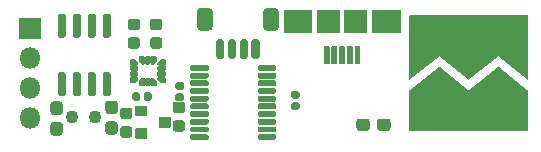
<source format=gbr>
%TF.GenerationSoftware,KiCad,Pcbnew,(5.99.0-3299-gfc1665ff2)*%
%TF.CreationDate,2020-09-21T16:58:29+07:00*%
%TF.ProjectId,smart_wristband,736d6172-745f-4777-9269-737462616e64,rev?*%
%TF.SameCoordinates,Original*%
%TF.FileFunction,Soldermask,Top*%
%TF.FilePolarity,Negative*%
%FSLAX46Y46*%
G04 Gerber Fmt 4.6, Leading zero omitted, Abs format (unit mm)*
G04 Created by KiCad (PCBNEW (5.99.0-3299-gfc1665ff2)) date 2020-09-21 16:58:29*
%MOMM*%
%LPD*%
G01*
G04 APERTURE LIST*
%ADD10C,1.100000*%
%ADD11O,1.800000X1.800000*%
G04 APERTURE END LIST*
%TO.C,R1*%
G36*
G01*
X112633750Y-92000000D02*
X113196250Y-92000000D01*
G75*
G02*
X113440000Y-92243750I0J-243750D01*
G01*
X113440000Y-92731250D01*
G75*
G02*
X113196250Y-92975000I-243750J0D01*
G01*
X112633750Y-92975000D01*
G75*
G02*
X112390000Y-92731250I0J243750D01*
G01*
X112390000Y-92243750D01*
G75*
G02*
X112633750Y-92000000I243750J0D01*
G01*
G37*
G36*
G01*
X112633750Y-93575000D02*
X113196250Y-93575000D01*
G75*
G02*
X113440000Y-93818750I0J-243750D01*
G01*
X113440000Y-94306250D01*
G75*
G02*
X113196250Y-94550000I-243750J0D01*
G01*
X112633750Y-94550000D01*
G75*
G02*
X112390000Y-94306250I0J243750D01*
G01*
X112390000Y-93818750D01*
G75*
G02*
X112633750Y-93575000I243750J0D01*
G01*
G37*
%TD*%
%TO.C,U4*%
G36*
G01*
X113050000Y-100225000D02*
X113050000Y-99425000D01*
G75*
G02*
X113100000Y-99375000I50000J0D01*
G01*
X114000000Y-99375000D01*
G75*
G02*
X114050000Y-99425000I0J-50000D01*
G01*
X114050000Y-100225000D01*
G75*
G02*
X114000000Y-100275000I-50000J0D01*
G01*
X113100000Y-100275000D01*
G75*
G02*
X113050000Y-100225000I0J50000D01*
G01*
G37*
G36*
G01*
X113050000Y-102125000D02*
X113050000Y-101325000D01*
G75*
G02*
X113100000Y-101275000I50000J0D01*
G01*
X114000000Y-101275000D01*
G75*
G02*
X114050000Y-101325000I0J-50000D01*
G01*
X114050000Y-102125000D01*
G75*
G02*
X114000000Y-102175000I-50000J0D01*
G01*
X113100000Y-102175000D01*
G75*
G02*
X113050000Y-102125000I0J50000D01*
G01*
G37*
G36*
G01*
X115050000Y-101175000D02*
X115050000Y-100375000D01*
G75*
G02*
X115100000Y-100325000I50000J0D01*
G01*
X116000000Y-100325000D01*
G75*
G02*
X116050000Y-100375000I0J-50000D01*
G01*
X116050000Y-101175000D01*
G75*
G02*
X116000000Y-101225000I-50000J0D01*
G01*
X115100000Y-101225000D01*
G75*
G02*
X115050000Y-101175000I0J50000D01*
G01*
G37*
%TD*%
%TO.C,SW1*%
G36*
G01*
X141275000Y-91716668D02*
X146275000Y-91716668D01*
G75*
G02*
X146325000Y-91766668I0J-50000D01*
G01*
X146325000Y-95100000D01*
G75*
G02*
X146275000Y-95150000I-50000J0D01*
G01*
X141275000Y-95150000D01*
G75*
G02*
X141225000Y-95100000I0J50000D01*
G01*
X141225000Y-91766668D01*
G75*
G02*
X141275000Y-91716668I50000J0D01*
G01*
G37*
G36*
X136225000Y-93050000D02*
G01*
X136225000Y-97150000D01*
X138825000Y-95150000D01*
X138825000Y-95050000D01*
X136225000Y-93050000D01*
G37*
G36*
X143725000Y-95050000D02*
G01*
X143725000Y-95150000D01*
X146325000Y-97150000D01*
X146325000Y-93050000D01*
X143725000Y-95050000D01*
G37*
G36*
X141225000Y-93050000D02*
G01*
X141225000Y-97150000D01*
X143825000Y-95150000D01*
X143825000Y-95050000D01*
X141225000Y-93050000D01*
G37*
G36*
G01*
X136275000Y-91716668D02*
X141275000Y-91716668D01*
G75*
G02*
X141325000Y-91766668I0J-50000D01*
G01*
X141325000Y-95100000D01*
G75*
G02*
X141275000Y-95150000I-50000J0D01*
G01*
X136275000Y-95150000D01*
G75*
G02*
X136225000Y-95100000I0J50000D01*
G01*
X136225000Y-91766668D01*
G75*
G02*
X136275000Y-91716668I50000J0D01*
G01*
G37*
G36*
X138725000Y-95050000D02*
G01*
X138725000Y-95150000D01*
X141325000Y-97150000D01*
X141325000Y-93050000D01*
X138725000Y-95050000D01*
G37*
G36*
X143725000Y-96050000D02*
G01*
X141225000Y-98150000D01*
X146325000Y-98150000D01*
X143825000Y-96050000D01*
X143725000Y-96050000D01*
G37*
G36*
G01*
X141275000Y-98050000D02*
X146275000Y-98050000D01*
G75*
G02*
X146325000Y-98100000I0J-50000D01*
G01*
X146325000Y-101433332D01*
G75*
G02*
X146275000Y-101483332I-50000J0D01*
G01*
X141275000Y-101483332D01*
G75*
G02*
X141225000Y-101433332I0J50000D01*
G01*
X141225000Y-98100000D01*
G75*
G02*
X141275000Y-98050000I50000J0D01*
G01*
G37*
G36*
G01*
X136275000Y-98050000D02*
X141275000Y-98050000D01*
G75*
G02*
X141325000Y-98100000I0J-50000D01*
G01*
X141325000Y-101433332D01*
G75*
G02*
X141275000Y-101483332I-50000J0D01*
G01*
X136275000Y-101483332D01*
G75*
G02*
X136225000Y-101433332I0J50000D01*
G01*
X136225000Y-98100000D01*
G75*
G02*
X136275000Y-98050000I50000J0D01*
G01*
G37*
G36*
X138725000Y-96050000D02*
G01*
X136225000Y-98150000D01*
X141325000Y-98150000D01*
X138825000Y-96050000D01*
X138725000Y-96050000D01*
G37*
%TD*%
%TO.C,C11*%
G36*
G01*
X117006250Y-101565000D02*
X116443750Y-101565000D01*
G75*
G02*
X116200000Y-101321250I0J243750D01*
G01*
X116200000Y-100833750D01*
G75*
G02*
X116443750Y-100590000I243750J0D01*
G01*
X117006250Y-100590000D01*
G75*
G02*
X117250000Y-100833750I0J-243750D01*
G01*
X117250000Y-101321250D01*
G75*
G02*
X117006250Y-101565000I-243750J0D01*
G01*
G37*
G36*
G01*
X117006250Y-99990000D02*
X116443750Y-99990000D01*
G75*
G02*
X116200000Y-99746250I0J243750D01*
G01*
X116200000Y-99258750D01*
G75*
G02*
X116443750Y-99015000I243750J0D01*
G01*
X117006250Y-99015000D01*
G75*
G02*
X117250000Y-99258750I0J-243750D01*
G01*
X117250000Y-99746250D01*
G75*
G02*
X117006250Y-99990000I-243750J0D01*
G01*
G37*
%TD*%
%TO.C,U1*%
G36*
G01*
X117675000Y-96300000D02*
X117675000Y-96050000D01*
G75*
G02*
X117800000Y-95925000I125000J0D01*
G01*
X119125000Y-95925000D01*
G75*
G02*
X119250000Y-96050000I0J-125000D01*
G01*
X119250000Y-96300000D01*
G75*
G02*
X119125000Y-96425000I-125000J0D01*
G01*
X117800000Y-96425000D01*
G75*
G02*
X117675000Y-96300000I0J125000D01*
G01*
G37*
G36*
G01*
X117675000Y-96950000D02*
X117675000Y-96700000D01*
G75*
G02*
X117800000Y-96575000I125000J0D01*
G01*
X119125000Y-96575000D01*
G75*
G02*
X119250000Y-96700000I0J-125000D01*
G01*
X119250000Y-96950000D01*
G75*
G02*
X119125000Y-97075000I-125000J0D01*
G01*
X117800000Y-97075000D01*
G75*
G02*
X117675000Y-96950000I0J125000D01*
G01*
G37*
G36*
G01*
X117675000Y-97600000D02*
X117675000Y-97350000D01*
G75*
G02*
X117800000Y-97225000I125000J0D01*
G01*
X119125000Y-97225000D01*
G75*
G02*
X119250000Y-97350000I0J-125000D01*
G01*
X119250000Y-97600000D01*
G75*
G02*
X119125000Y-97725000I-125000J0D01*
G01*
X117800000Y-97725000D01*
G75*
G02*
X117675000Y-97600000I0J125000D01*
G01*
G37*
G36*
G01*
X117675000Y-98250000D02*
X117675000Y-98000000D01*
G75*
G02*
X117800000Y-97875000I125000J0D01*
G01*
X119125000Y-97875000D01*
G75*
G02*
X119250000Y-98000000I0J-125000D01*
G01*
X119250000Y-98250000D01*
G75*
G02*
X119125000Y-98375000I-125000J0D01*
G01*
X117800000Y-98375000D01*
G75*
G02*
X117675000Y-98250000I0J125000D01*
G01*
G37*
G36*
G01*
X117675000Y-98900000D02*
X117675000Y-98650000D01*
G75*
G02*
X117800000Y-98525000I125000J0D01*
G01*
X119125000Y-98525000D01*
G75*
G02*
X119250000Y-98650000I0J-125000D01*
G01*
X119250000Y-98900000D01*
G75*
G02*
X119125000Y-99025000I-125000J0D01*
G01*
X117800000Y-99025000D01*
G75*
G02*
X117675000Y-98900000I0J125000D01*
G01*
G37*
G36*
G01*
X117675000Y-99550000D02*
X117675000Y-99300000D01*
G75*
G02*
X117800000Y-99175000I125000J0D01*
G01*
X119125000Y-99175000D01*
G75*
G02*
X119250000Y-99300000I0J-125000D01*
G01*
X119250000Y-99550000D01*
G75*
G02*
X119125000Y-99675000I-125000J0D01*
G01*
X117800000Y-99675000D01*
G75*
G02*
X117675000Y-99550000I0J125000D01*
G01*
G37*
G36*
G01*
X117675000Y-100200000D02*
X117675000Y-99950000D01*
G75*
G02*
X117800000Y-99825000I125000J0D01*
G01*
X119125000Y-99825000D01*
G75*
G02*
X119250000Y-99950000I0J-125000D01*
G01*
X119250000Y-100200000D01*
G75*
G02*
X119125000Y-100325000I-125000J0D01*
G01*
X117800000Y-100325000D01*
G75*
G02*
X117675000Y-100200000I0J125000D01*
G01*
G37*
G36*
G01*
X117675000Y-100850000D02*
X117675000Y-100600000D01*
G75*
G02*
X117800000Y-100475000I125000J0D01*
G01*
X119125000Y-100475000D01*
G75*
G02*
X119250000Y-100600000I0J-125000D01*
G01*
X119250000Y-100850000D01*
G75*
G02*
X119125000Y-100975000I-125000J0D01*
G01*
X117800000Y-100975000D01*
G75*
G02*
X117675000Y-100850000I0J125000D01*
G01*
G37*
G36*
G01*
X117675000Y-101500000D02*
X117675000Y-101250000D01*
G75*
G02*
X117800000Y-101125000I125000J0D01*
G01*
X119125000Y-101125000D01*
G75*
G02*
X119250000Y-101250000I0J-125000D01*
G01*
X119250000Y-101500000D01*
G75*
G02*
X119125000Y-101625000I-125000J0D01*
G01*
X117800000Y-101625000D01*
G75*
G02*
X117675000Y-101500000I0J125000D01*
G01*
G37*
G36*
G01*
X117675000Y-102150000D02*
X117675000Y-101900000D01*
G75*
G02*
X117800000Y-101775000I125000J0D01*
G01*
X119125000Y-101775000D01*
G75*
G02*
X119250000Y-101900000I0J-125000D01*
G01*
X119250000Y-102150000D01*
G75*
G02*
X119125000Y-102275000I-125000J0D01*
G01*
X117800000Y-102275000D01*
G75*
G02*
X117675000Y-102150000I0J125000D01*
G01*
G37*
G36*
G01*
X123400000Y-102150000D02*
X123400000Y-101900000D01*
G75*
G02*
X123525000Y-101775000I125000J0D01*
G01*
X124850000Y-101775000D01*
G75*
G02*
X124975000Y-101900000I0J-125000D01*
G01*
X124975000Y-102150000D01*
G75*
G02*
X124850000Y-102275000I-125000J0D01*
G01*
X123525000Y-102275000D01*
G75*
G02*
X123400000Y-102150000I0J125000D01*
G01*
G37*
G36*
G01*
X123400000Y-101500000D02*
X123400000Y-101250000D01*
G75*
G02*
X123525000Y-101125000I125000J0D01*
G01*
X124850000Y-101125000D01*
G75*
G02*
X124975000Y-101250000I0J-125000D01*
G01*
X124975000Y-101500000D01*
G75*
G02*
X124850000Y-101625000I-125000J0D01*
G01*
X123525000Y-101625000D01*
G75*
G02*
X123400000Y-101500000I0J125000D01*
G01*
G37*
G36*
G01*
X123400000Y-100850000D02*
X123400000Y-100600000D01*
G75*
G02*
X123525000Y-100475000I125000J0D01*
G01*
X124850000Y-100475000D01*
G75*
G02*
X124975000Y-100600000I0J-125000D01*
G01*
X124975000Y-100850000D01*
G75*
G02*
X124850000Y-100975000I-125000J0D01*
G01*
X123525000Y-100975000D01*
G75*
G02*
X123400000Y-100850000I0J125000D01*
G01*
G37*
G36*
G01*
X123400000Y-100200000D02*
X123400000Y-99950000D01*
G75*
G02*
X123525000Y-99825000I125000J0D01*
G01*
X124850000Y-99825000D01*
G75*
G02*
X124975000Y-99950000I0J-125000D01*
G01*
X124975000Y-100200000D01*
G75*
G02*
X124850000Y-100325000I-125000J0D01*
G01*
X123525000Y-100325000D01*
G75*
G02*
X123400000Y-100200000I0J125000D01*
G01*
G37*
G36*
G01*
X123400000Y-99550000D02*
X123400000Y-99300000D01*
G75*
G02*
X123525000Y-99175000I125000J0D01*
G01*
X124850000Y-99175000D01*
G75*
G02*
X124975000Y-99300000I0J-125000D01*
G01*
X124975000Y-99550000D01*
G75*
G02*
X124850000Y-99675000I-125000J0D01*
G01*
X123525000Y-99675000D01*
G75*
G02*
X123400000Y-99550000I0J125000D01*
G01*
G37*
G36*
G01*
X123400000Y-98900000D02*
X123400000Y-98650000D01*
G75*
G02*
X123525000Y-98525000I125000J0D01*
G01*
X124850000Y-98525000D01*
G75*
G02*
X124975000Y-98650000I0J-125000D01*
G01*
X124975000Y-98900000D01*
G75*
G02*
X124850000Y-99025000I-125000J0D01*
G01*
X123525000Y-99025000D01*
G75*
G02*
X123400000Y-98900000I0J125000D01*
G01*
G37*
G36*
G01*
X123400000Y-98250000D02*
X123400000Y-98000000D01*
G75*
G02*
X123525000Y-97875000I125000J0D01*
G01*
X124850000Y-97875000D01*
G75*
G02*
X124975000Y-98000000I0J-125000D01*
G01*
X124975000Y-98250000D01*
G75*
G02*
X124850000Y-98375000I-125000J0D01*
G01*
X123525000Y-98375000D01*
G75*
G02*
X123400000Y-98250000I0J125000D01*
G01*
G37*
G36*
G01*
X123400000Y-97600000D02*
X123400000Y-97350000D01*
G75*
G02*
X123525000Y-97225000I125000J0D01*
G01*
X124850000Y-97225000D01*
G75*
G02*
X124975000Y-97350000I0J-125000D01*
G01*
X124975000Y-97600000D01*
G75*
G02*
X124850000Y-97725000I-125000J0D01*
G01*
X123525000Y-97725000D01*
G75*
G02*
X123400000Y-97600000I0J125000D01*
G01*
G37*
G36*
G01*
X123400000Y-96950000D02*
X123400000Y-96700000D01*
G75*
G02*
X123525000Y-96575000I125000J0D01*
G01*
X124850000Y-96575000D01*
G75*
G02*
X124975000Y-96700000I0J-125000D01*
G01*
X124975000Y-96950000D01*
G75*
G02*
X124850000Y-97075000I-125000J0D01*
G01*
X123525000Y-97075000D01*
G75*
G02*
X123400000Y-96950000I0J125000D01*
G01*
G37*
G36*
G01*
X123400000Y-96300000D02*
X123400000Y-96050000D01*
G75*
G02*
X123525000Y-95925000I125000J0D01*
G01*
X124850000Y-95925000D01*
G75*
G02*
X124975000Y-96050000I0J-125000D01*
G01*
X124975000Y-96300000D01*
G75*
G02*
X124850000Y-96425000I-125000J0D01*
G01*
X123525000Y-96425000D01*
G75*
G02*
X123400000Y-96300000I0J125000D01*
G01*
G37*
%TD*%
%TO.C,R2*%
G36*
G01*
X114518750Y-92000000D02*
X115081250Y-92000000D01*
G75*
G02*
X115325000Y-92243750I0J-243750D01*
G01*
X115325000Y-92731250D01*
G75*
G02*
X115081250Y-92975000I-243750J0D01*
G01*
X114518750Y-92975000D01*
G75*
G02*
X114275000Y-92731250I0J243750D01*
G01*
X114275000Y-92243750D01*
G75*
G02*
X114518750Y-92000000I243750J0D01*
G01*
G37*
G36*
G01*
X114518750Y-93575000D02*
X115081250Y-93575000D01*
G75*
G02*
X115325000Y-93818750I0J-243750D01*
G01*
X115325000Y-94306250D01*
G75*
G02*
X115081250Y-94550000I-243750J0D01*
G01*
X114518750Y-94550000D01*
G75*
G02*
X114275000Y-94306250I0J243750D01*
G01*
X114275000Y-93818750D01*
G75*
G02*
X114518750Y-93575000I243750J0D01*
G01*
G37*
%TD*%
%TO.C,C2*%
G36*
G01*
X116997500Y-99005000D02*
X116602500Y-99005000D01*
G75*
G02*
X116430000Y-98832500I0J172500D01*
G01*
X116430000Y-98487500D01*
G75*
G02*
X116602500Y-98315000I172500J0D01*
G01*
X116997500Y-98315000D01*
G75*
G02*
X117170000Y-98487500I0J-172500D01*
G01*
X117170000Y-98832500D01*
G75*
G02*
X116997500Y-99005000I-172500J0D01*
G01*
G37*
G36*
G01*
X116997500Y-98035000D02*
X116602500Y-98035000D01*
G75*
G02*
X116430000Y-97862500I0J172500D01*
G01*
X116430000Y-97517500D01*
G75*
G02*
X116602500Y-97345000I172500J0D01*
G01*
X116997500Y-97345000D01*
G75*
G02*
X117170000Y-97517500I0J-172500D01*
G01*
X117170000Y-97862500D01*
G75*
G02*
X116997500Y-98035000I-172500J0D01*
G01*
G37*
%TD*%
%TO.C,J3*%
G36*
G01*
X119875000Y-95225000D02*
X119875000Y-93925000D01*
G75*
G02*
X120050000Y-93750000I175000J0D01*
G01*
X120400000Y-93750000D01*
G75*
G02*
X120575000Y-93925000I0J-175000D01*
G01*
X120575000Y-95225000D01*
G75*
G02*
X120400000Y-95400000I-175000J0D01*
G01*
X120050000Y-95400000D01*
G75*
G02*
X119875000Y-95225000I0J175000D01*
G01*
G37*
G36*
G01*
X120875000Y-95225000D02*
X120875000Y-93925000D01*
G75*
G02*
X121050000Y-93750000I175000J0D01*
G01*
X121400000Y-93750000D01*
G75*
G02*
X121575000Y-93925000I0J-175000D01*
G01*
X121575000Y-95225000D01*
G75*
G02*
X121400000Y-95400000I-175000J0D01*
G01*
X121050000Y-95400000D01*
G75*
G02*
X120875000Y-95225000I0J175000D01*
G01*
G37*
G36*
G01*
X121875000Y-95225000D02*
X121875000Y-93925000D01*
G75*
G02*
X122050000Y-93750000I175000J0D01*
G01*
X122400000Y-93750000D01*
G75*
G02*
X122575000Y-93925000I0J-175000D01*
G01*
X122575000Y-95225000D01*
G75*
G02*
X122400000Y-95400000I-175000J0D01*
G01*
X122050000Y-95400000D01*
G75*
G02*
X121875000Y-95225000I0J175000D01*
G01*
G37*
G36*
G01*
X122875000Y-95225000D02*
X122875000Y-93925000D01*
G75*
G02*
X123050000Y-93750000I175000J0D01*
G01*
X123400000Y-93750000D01*
G75*
G02*
X123575000Y-93925000I0J-175000D01*
G01*
X123575000Y-95225000D01*
G75*
G02*
X123400000Y-95400000I-175000J0D01*
G01*
X123050000Y-95400000D01*
G75*
G02*
X122875000Y-95225000I0J175000D01*
G01*
G37*
G36*
G01*
X123875000Y-92729167D02*
X123875000Y-91370833D01*
G75*
G02*
X124145833Y-91100000I270833J0D01*
G01*
X124904167Y-91100000D01*
G75*
G02*
X125175000Y-91370833I0J-270833D01*
G01*
X125175000Y-92729167D01*
G75*
G02*
X124904167Y-93000000I-270833J0D01*
G01*
X124145833Y-93000000D01*
G75*
G02*
X123875000Y-92729167I0J270833D01*
G01*
G37*
G36*
G01*
X118275000Y-92729167D02*
X118275000Y-91370833D01*
G75*
G02*
X118545833Y-91100000I270833J0D01*
G01*
X119304167Y-91100000D01*
G75*
G02*
X119575000Y-91370833I0J-270833D01*
G01*
X119575000Y-92729167D01*
G75*
G02*
X119304167Y-93000000I-270833J0D01*
G01*
X118545833Y-93000000D01*
G75*
G02*
X118275000Y-92729167I0J270833D01*
G01*
G37*
%TD*%
%TO.C,C4*%
G36*
G01*
X111287500Y-101825000D02*
X110762500Y-101825000D01*
G75*
G02*
X110500000Y-101562500I0J262500D01*
G01*
X110500000Y-100937500D01*
G75*
G02*
X110762500Y-100675000I262500J0D01*
G01*
X111287500Y-100675000D01*
G75*
G02*
X111550000Y-100937500I0J-262500D01*
G01*
X111550000Y-101562500D01*
G75*
G02*
X111287500Y-101825000I-262500J0D01*
G01*
G37*
G36*
G01*
X111287500Y-100075000D02*
X110762500Y-100075000D01*
G75*
G02*
X110500000Y-99812500I0J262500D01*
G01*
X110500000Y-99187500D01*
G75*
G02*
X110762500Y-98925000I262500J0D01*
G01*
X111287500Y-98925000D01*
G75*
G02*
X111550000Y-99187500I0J-262500D01*
G01*
X111550000Y-99812500D01*
G75*
G02*
X111287500Y-100075000I-262500J0D01*
G01*
G37*
%TD*%
%TO.C,U3*%
G36*
X112977612Y-95435946D02*
G01*
X112982492Y-95436806D01*
X112982128Y-95438871D01*
X112987471Y-95439339D01*
X112987754Y-95437734D01*
X113004915Y-95440760D01*
X113028371Y-95451698D01*
X113036676Y-95458667D01*
X113046502Y-95463249D01*
X113060725Y-95473209D01*
X113266791Y-95679274D01*
X113272394Y-95685951D01*
X113275236Y-95690010D01*
X113273518Y-95691213D01*
X113276963Y-95695318D01*
X113278299Y-95694383D01*
X113288293Y-95708656D01*
X113297145Y-95732979D01*
X113298089Y-95743778D01*
X113301797Y-95753963D01*
X113304813Y-95771066D01*
X113304813Y-95815000D01*
X113304054Y-95823681D01*
X113302226Y-95834050D01*
X113300449Y-95833737D01*
X113299292Y-95840293D01*
X113301069Y-95840606D01*
X113299241Y-95850977D01*
X113288302Y-95874437D01*
X113277784Y-95886971D01*
X113269604Y-95901140D01*
X113257069Y-95911658D01*
X113253209Y-95916258D01*
X113248006Y-95919262D01*
X113243402Y-95923125D01*
X113237758Y-95925179D01*
X113223587Y-95933361D01*
X113207473Y-95936202D01*
X113192102Y-95941797D01*
X113175000Y-95944813D01*
X112700000Y-95944813D01*
X112691319Y-95944054D01*
X112680950Y-95942226D01*
X112681263Y-95940449D01*
X112674707Y-95939292D01*
X112674394Y-95941069D01*
X112664023Y-95939241D01*
X112640563Y-95928302D01*
X112628029Y-95917784D01*
X112613860Y-95909604D01*
X112603342Y-95897069D01*
X112598742Y-95893209D01*
X112595738Y-95888006D01*
X112591875Y-95883402D01*
X112589821Y-95877758D01*
X112581639Y-95863587D01*
X112578798Y-95847473D01*
X112573203Y-95832102D01*
X112570187Y-95815000D01*
X112570187Y-95565000D01*
X112570946Y-95556319D01*
X112572774Y-95545950D01*
X112574551Y-95546263D01*
X112575708Y-95539707D01*
X112573931Y-95539394D01*
X112575759Y-95529023D01*
X112586698Y-95505563D01*
X112597216Y-95493029D01*
X112605396Y-95478860D01*
X112617931Y-95468342D01*
X112621791Y-95463742D01*
X112626994Y-95460738D01*
X112631598Y-95456875D01*
X112637242Y-95454821D01*
X112651413Y-95446639D01*
X112667527Y-95443798D01*
X112682898Y-95438203D01*
X112700000Y-95435187D01*
X112968934Y-95435187D01*
X112977612Y-95435946D01*
G37*
G36*
G01*
X112575000Y-96315000D02*
X112575000Y-96065000D01*
G75*
G02*
X112700000Y-95940000I125000J0D01*
G01*
X113175000Y-95940000D01*
G75*
G02*
X113300000Y-96065000I0J-125000D01*
G01*
X113300000Y-96315000D01*
G75*
G02*
X113175000Y-96440000I-125000J0D01*
G01*
X112700000Y-96440000D01*
G75*
G02*
X112575000Y-96315000I0J125000D01*
G01*
G37*
G36*
G01*
X112575000Y-96815000D02*
X112575000Y-96565000D01*
G75*
G02*
X112700000Y-96440000I125000J0D01*
G01*
X113175000Y-96440000D01*
G75*
G02*
X113300000Y-96565000I0J-125000D01*
G01*
X113300000Y-96815000D01*
G75*
G02*
X113175000Y-96940000I-125000J0D01*
G01*
X112700000Y-96940000D01*
G75*
G02*
X112575000Y-96815000I0J125000D01*
G01*
G37*
G36*
X113183681Y-96935946D02*
G01*
X113194050Y-96937774D01*
X113193737Y-96939551D01*
X113200293Y-96940708D01*
X113200606Y-96938931D01*
X113210977Y-96940759D01*
X113234437Y-96951698D01*
X113246971Y-96962216D01*
X113261140Y-96970396D01*
X113271658Y-96982931D01*
X113276258Y-96986791D01*
X113279262Y-96991994D01*
X113283125Y-96996598D01*
X113285179Y-97002242D01*
X113293361Y-97016413D01*
X113296202Y-97032527D01*
X113301797Y-97047898D01*
X113304813Y-97065000D01*
X113304813Y-97108934D01*
X113304054Y-97117612D01*
X113303194Y-97122492D01*
X113301129Y-97122128D01*
X113300661Y-97127471D01*
X113302266Y-97127754D01*
X113299240Y-97144915D01*
X113288301Y-97168373D01*
X113281333Y-97176677D01*
X113276752Y-97186501D01*
X113266791Y-97200726D01*
X113060725Y-97406791D01*
X113054046Y-97412396D01*
X113049988Y-97415237D01*
X113048784Y-97413517D01*
X113044682Y-97416960D01*
X113045618Y-97418297D01*
X113031345Y-97428292D01*
X113007020Y-97437146D01*
X112996219Y-97438091D01*
X112986036Y-97441797D01*
X112968934Y-97444813D01*
X112700000Y-97444813D01*
X112691319Y-97444054D01*
X112680950Y-97442226D01*
X112681263Y-97440449D01*
X112674707Y-97439292D01*
X112674394Y-97441069D01*
X112664023Y-97439241D01*
X112640563Y-97428302D01*
X112628029Y-97417784D01*
X112613860Y-97409604D01*
X112603342Y-97397069D01*
X112598742Y-97393209D01*
X112595738Y-97388006D01*
X112591875Y-97383402D01*
X112589821Y-97377758D01*
X112581639Y-97363587D01*
X112578798Y-97347473D01*
X112573203Y-97332102D01*
X112570187Y-97315000D01*
X112570187Y-97065000D01*
X112570946Y-97056319D01*
X112572774Y-97045950D01*
X112574551Y-97046263D01*
X112575708Y-97039707D01*
X112573931Y-97039394D01*
X112575759Y-97029023D01*
X112586698Y-97005563D01*
X112597216Y-96993029D01*
X112605396Y-96978860D01*
X112617931Y-96968342D01*
X112621791Y-96963742D01*
X112626994Y-96960738D01*
X112631598Y-96956875D01*
X112637242Y-96954821D01*
X112651413Y-96946639D01*
X112667527Y-96943798D01*
X112682898Y-96938203D01*
X112700000Y-96935187D01*
X113175000Y-96935187D01*
X113183681Y-96935946D01*
G37*
G36*
X113733681Y-96985946D02*
G01*
X113744050Y-96987774D01*
X113743737Y-96989551D01*
X113750293Y-96990708D01*
X113750606Y-96988931D01*
X113760977Y-96990759D01*
X113784437Y-97001698D01*
X113796971Y-97012216D01*
X113811140Y-97020396D01*
X113821658Y-97032931D01*
X113826258Y-97036791D01*
X113829262Y-97041994D01*
X113833125Y-97046598D01*
X113835179Y-97052242D01*
X113843361Y-97066413D01*
X113846202Y-97082527D01*
X113851797Y-97097898D01*
X113854813Y-97115000D01*
X113854813Y-97590000D01*
X113854054Y-97598681D01*
X113852226Y-97609050D01*
X113850449Y-97608737D01*
X113849292Y-97615293D01*
X113851069Y-97615606D01*
X113849241Y-97625977D01*
X113838302Y-97649437D01*
X113827784Y-97661971D01*
X113819604Y-97676140D01*
X113807069Y-97686658D01*
X113803209Y-97691258D01*
X113798006Y-97694262D01*
X113793402Y-97698125D01*
X113787758Y-97700179D01*
X113773587Y-97708361D01*
X113757473Y-97711202D01*
X113742102Y-97716797D01*
X113725000Y-97719813D01*
X113475000Y-97719813D01*
X113466319Y-97719054D01*
X113455950Y-97717226D01*
X113456263Y-97715449D01*
X113449707Y-97714292D01*
X113449394Y-97716069D01*
X113439023Y-97714241D01*
X113415563Y-97703302D01*
X113403029Y-97692784D01*
X113388860Y-97684604D01*
X113378342Y-97672069D01*
X113373742Y-97668209D01*
X113370738Y-97663006D01*
X113366875Y-97658402D01*
X113364821Y-97652758D01*
X113356639Y-97638587D01*
X113353798Y-97622473D01*
X113348203Y-97607102D01*
X113345187Y-97590000D01*
X113345187Y-97321066D01*
X113345946Y-97312388D01*
X113346806Y-97307508D01*
X113348871Y-97307872D01*
X113349339Y-97302529D01*
X113347734Y-97302246D01*
X113350760Y-97285085D01*
X113361698Y-97261629D01*
X113368667Y-97253324D01*
X113373249Y-97243498D01*
X113383209Y-97229275D01*
X113589274Y-97023209D01*
X113595951Y-97017606D01*
X113600010Y-97014764D01*
X113601213Y-97016482D01*
X113605318Y-97013037D01*
X113604383Y-97011701D01*
X113618656Y-97001707D01*
X113642979Y-96992855D01*
X113653778Y-96991911D01*
X113663963Y-96988203D01*
X113681066Y-96985187D01*
X113725000Y-96985187D01*
X113733681Y-96985946D01*
G37*
G36*
G01*
X113850000Y-97590000D02*
X113850000Y-97115000D01*
G75*
G02*
X113975000Y-96990000I125000J0D01*
G01*
X114225000Y-96990000D01*
G75*
G02*
X114350000Y-97115000I0J-125000D01*
G01*
X114350000Y-97590000D01*
G75*
G02*
X114225000Y-97715000I-125000J0D01*
G01*
X113975000Y-97715000D01*
G75*
G02*
X113850000Y-97590000I0J125000D01*
G01*
G37*
G36*
X114527612Y-96985946D02*
G01*
X114532492Y-96986806D01*
X114532128Y-96988871D01*
X114537471Y-96989339D01*
X114537754Y-96987734D01*
X114554915Y-96990760D01*
X114578371Y-97001698D01*
X114586676Y-97008667D01*
X114596502Y-97013249D01*
X114610725Y-97023209D01*
X114816791Y-97229274D01*
X114822394Y-97235951D01*
X114825236Y-97240010D01*
X114823518Y-97241213D01*
X114826963Y-97245318D01*
X114828299Y-97244383D01*
X114838293Y-97258656D01*
X114847145Y-97282979D01*
X114848089Y-97293778D01*
X114851797Y-97303963D01*
X114854813Y-97321066D01*
X114854813Y-97590000D01*
X114854054Y-97598681D01*
X114852226Y-97609050D01*
X114850449Y-97608737D01*
X114849292Y-97615293D01*
X114851069Y-97615606D01*
X114849241Y-97625977D01*
X114838302Y-97649437D01*
X114827784Y-97661971D01*
X114819604Y-97676140D01*
X114807069Y-97686658D01*
X114803209Y-97691258D01*
X114798006Y-97694262D01*
X114793402Y-97698125D01*
X114787758Y-97700179D01*
X114773587Y-97708361D01*
X114757473Y-97711202D01*
X114742102Y-97716797D01*
X114725000Y-97719813D01*
X114475000Y-97719813D01*
X114466319Y-97719054D01*
X114455950Y-97717226D01*
X114456263Y-97715449D01*
X114449707Y-97714292D01*
X114449394Y-97716069D01*
X114439023Y-97714241D01*
X114415563Y-97703302D01*
X114403029Y-97692784D01*
X114388860Y-97684604D01*
X114378342Y-97672069D01*
X114373742Y-97668209D01*
X114370738Y-97663006D01*
X114366875Y-97658402D01*
X114364821Y-97652758D01*
X114356639Y-97638587D01*
X114353798Y-97622473D01*
X114348203Y-97607102D01*
X114345187Y-97590000D01*
X114345187Y-97115000D01*
X114345946Y-97106319D01*
X114347774Y-97095950D01*
X114349551Y-97096263D01*
X114350708Y-97089707D01*
X114348931Y-97089394D01*
X114350759Y-97079023D01*
X114361698Y-97055563D01*
X114372216Y-97043029D01*
X114380396Y-97028860D01*
X114392931Y-97018342D01*
X114396791Y-97013742D01*
X114401994Y-97010738D01*
X114406598Y-97006875D01*
X114412242Y-97004821D01*
X114426413Y-96996639D01*
X114442527Y-96993798D01*
X114457898Y-96988203D01*
X114475000Y-96985187D01*
X114518934Y-96985187D01*
X114527612Y-96985946D01*
G37*
G36*
X115508681Y-96935946D02*
G01*
X115519050Y-96937774D01*
X115518737Y-96939551D01*
X115525293Y-96940708D01*
X115525606Y-96938931D01*
X115535977Y-96940759D01*
X115559437Y-96951698D01*
X115571971Y-96962216D01*
X115586140Y-96970396D01*
X115596658Y-96982931D01*
X115601258Y-96986791D01*
X115604262Y-96991994D01*
X115608125Y-96996598D01*
X115610179Y-97002242D01*
X115618361Y-97016413D01*
X115621202Y-97032527D01*
X115626797Y-97047898D01*
X115629813Y-97065000D01*
X115629813Y-97315000D01*
X115629054Y-97323681D01*
X115627226Y-97334050D01*
X115625449Y-97333737D01*
X115624292Y-97340293D01*
X115626069Y-97340606D01*
X115624241Y-97350977D01*
X115613302Y-97374437D01*
X115602784Y-97386971D01*
X115594604Y-97401140D01*
X115582069Y-97411658D01*
X115578209Y-97416258D01*
X115573006Y-97419262D01*
X115568402Y-97423125D01*
X115562758Y-97425179D01*
X115548587Y-97433361D01*
X115532473Y-97436202D01*
X115517102Y-97441797D01*
X115500000Y-97444813D01*
X115231066Y-97444813D01*
X115222388Y-97444054D01*
X115217508Y-97443194D01*
X115217872Y-97441129D01*
X115212529Y-97440661D01*
X115212246Y-97442266D01*
X115195085Y-97439240D01*
X115171627Y-97428301D01*
X115163323Y-97421333D01*
X115153499Y-97416752D01*
X115139274Y-97406791D01*
X114933209Y-97200725D01*
X114927604Y-97194046D01*
X114924763Y-97189988D01*
X114926483Y-97188784D01*
X114923040Y-97184682D01*
X114921703Y-97185618D01*
X114911708Y-97171345D01*
X114902854Y-97147020D01*
X114901909Y-97136219D01*
X114898203Y-97126036D01*
X114895187Y-97108934D01*
X114895187Y-97065000D01*
X114895946Y-97056319D01*
X114897774Y-97045950D01*
X114899551Y-97046263D01*
X114900708Y-97039707D01*
X114898931Y-97039394D01*
X114900759Y-97029023D01*
X114911698Y-97005563D01*
X114922216Y-96993029D01*
X114930396Y-96978860D01*
X114942931Y-96968342D01*
X114946791Y-96963742D01*
X114951994Y-96960738D01*
X114956598Y-96956875D01*
X114962242Y-96954821D01*
X114976413Y-96946639D01*
X114992527Y-96943798D01*
X115007898Y-96938203D01*
X115025000Y-96935187D01*
X115500000Y-96935187D01*
X115508681Y-96935946D01*
G37*
G36*
G01*
X114900000Y-96815000D02*
X114900000Y-96565000D01*
G75*
G02*
X115025000Y-96440000I125000J0D01*
G01*
X115500000Y-96440000D01*
G75*
G02*
X115625000Y-96565000I0J-125000D01*
G01*
X115625000Y-96815000D01*
G75*
G02*
X115500000Y-96940000I-125000J0D01*
G01*
X115025000Y-96940000D01*
G75*
G02*
X114900000Y-96815000I0J125000D01*
G01*
G37*
G36*
G01*
X114900000Y-96315000D02*
X114900000Y-96065000D01*
G75*
G02*
X115025000Y-95940000I125000J0D01*
G01*
X115500000Y-95940000D01*
G75*
G02*
X115625000Y-96065000I0J-125000D01*
G01*
X115625000Y-96315000D01*
G75*
G02*
X115500000Y-96440000I-125000J0D01*
G01*
X115025000Y-96440000D01*
G75*
G02*
X114900000Y-96315000I0J125000D01*
G01*
G37*
G36*
X115508681Y-95435946D02*
G01*
X115519050Y-95437774D01*
X115518737Y-95439551D01*
X115525293Y-95440708D01*
X115525606Y-95438931D01*
X115535977Y-95440759D01*
X115559437Y-95451698D01*
X115571971Y-95462216D01*
X115586140Y-95470396D01*
X115596658Y-95482931D01*
X115601258Y-95486791D01*
X115604262Y-95491994D01*
X115608125Y-95496598D01*
X115610179Y-95502242D01*
X115618361Y-95516413D01*
X115621202Y-95532527D01*
X115626797Y-95547898D01*
X115629813Y-95565000D01*
X115629813Y-95815000D01*
X115629054Y-95823681D01*
X115627226Y-95834050D01*
X115625449Y-95833737D01*
X115624292Y-95840293D01*
X115626069Y-95840606D01*
X115624241Y-95850977D01*
X115613302Y-95874437D01*
X115602784Y-95886971D01*
X115594604Y-95901140D01*
X115582069Y-95911658D01*
X115578209Y-95916258D01*
X115573006Y-95919262D01*
X115568402Y-95923125D01*
X115562758Y-95925179D01*
X115548587Y-95933361D01*
X115532473Y-95936202D01*
X115517102Y-95941797D01*
X115500000Y-95944813D01*
X115025000Y-95944813D01*
X115016319Y-95944054D01*
X115005950Y-95942226D01*
X115006263Y-95940449D01*
X114999707Y-95939292D01*
X114999394Y-95941069D01*
X114989023Y-95939241D01*
X114965563Y-95928302D01*
X114953029Y-95917784D01*
X114938860Y-95909604D01*
X114928342Y-95897069D01*
X114923742Y-95893209D01*
X114920738Y-95888006D01*
X114916875Y-95883402D01*
X114914821Y-95877758D01*
X114906639Y-95863587D01*
X114903798Y-95847473D01*
X114898203Y-95832102D01*
X114895187Y-95815000D01*
X114895187Y-95771066D01*
X114895946Y-95762388D01*
X114896806Y-95757508D01*
X114898871Y-95757872D01*
X114899339Y-95752529D01*
X114897734Y-95752246D01*
X114900760Y-95735085D01*
X114911698Y-95711629D01*
X114918667Y-95703324D01*
X114923249Y-95693498D01*
X114933209Y-95679275D01*
X115139274Y-95473209D01*
X115145951Y-95467606D01*
X115150010Y-95464764D01*
X115151213Y-95466482D01*
X115155318Y-95463037D01*
X115154383Y-95461701D01*
X115168656Y-95451707D01*
X115192979Y-95442855D01*
X115203778Y-95441911D01*
X115213963Y-95438203D01*
X115231066Y-95435187D01*
X115500000Y-95435187D01*
X115508681Y-95435946D01*
G37*
G36*
X114733681Y-95160946D02*
G01*
X114744050Y-95162774D01*
X114743737Y-95164551D01*
X114750293Y-95165708D01*
X114750606Y-95163931D01*
X114760977Y-95165759D01*
X114784437Y-95176698D01*
X114796971Y-95187216D01*
X114811140Y-95195396D01*
X114821658Y-95207931D01*
X114826258Y-95211791D01*
X114829262Y-95216994D01*
X114833125Y-95221598D01*
X114835179Y-95227242D01*
X114843361Y-95241413D01*
X114846202Y-95257527D01*
X114851797Y-95272898D01*
X114854813Y-95290000D01*
X114854813Y-95558934D01*
X114854054Y-95567612D01*
X114853194Y-95572492D01*
X114851129Y-95572128D01*
X114850661Y-95577471D01*
X114852266Y-95577754D01*
X114849240Y-95594915D01*
X114838301Y-95618373D01*
X114831333Y-95626677D01*
X114826752Y-95636501D01*
X114816791Y-95650726D01*
X114610725Y-95856791D01*
X114604046Y-95862396D01*
X114599988Y-95865237D01*
X114598784Y-95863517D01*
X114594682Y-95866960D01*
X114595618Y-95868297D01*
X114581345Y-95878292D01*
X114557020Y-95887146D01*
X114546219Y-95888091D01*
X114536036Y-95891797D01*
X114518934Y-95894813D01*
X114475000Y-95894813D01*
X114466319Y-95894054D01*
X114455950Y-95892226D01*
X114456263Y-95890449D01*
X114449707Y-95889292D01*
X114449394Y-95891069D01*
X114439023Y-95889241D01*
X114415563Y-95878302D01*
X114403029Y-95867784D01*
X114388860Y-95859604D01*
X114378342Y-95847069D01*
X114373742Y-95843209D01*
X114370738Y-95838006D01*
X114366875Y-95833402D01*
X114364821Y-95827758D01*
X114356639Y-95813587D01*
X114353798Y-95797473D01*
X114348203Y-95782102D01*
X114345187Y-95765000D01*
X114345187Y-95290000D01*
X114345946Y-95281319D01*
X114347774Y-95270950D01*
X114349551Y-95271263D01*
X114350708Y-95264707D01*
X114348931Y-95264394D01*
X114350759Y-95254023D01*
X114361698Y-95230563D01*
X114372216Y-95218029D01*
X114380396Y-95203860D01*
X114392931Y-95193342D01*
X114396791Y-95188742D01*
X114401994Y-95185738D01*
X114406598Y-95181875D01*
X114412242Y-95179821D01*
X114426413Y-95171639D01*
X114442527Y-95168798D01*
X114457898Y-95163203D01*
X114475000Y-95160187D01*
X114725000Y-95160187D01*
X114733681Y-95160946D01*
G37*
G36*
G01*
X113850000Y-95765000D02*
X113850000Y-95290000D01*
G75*
G02*
X113975000Y-95165000I125000J0D01*
G01*
X114225000Y-95165000D01*
G75*
G02*
X114350000Y-95290000I0J-125000D01*
G01*
X114350000Y-95765000D01*
G75*
G02*
X114225000Y-95890000I-125000J0D01*
G01*
X113975000Y-95890000D01*
G75*
G02*
X113850000Y-95765000I0J125000D01*
G01*
G37*
G36*
X113733681Y-95160946D02*
G01*
X113744050Y-95162774D01*
X113743737Y-95164551D01*
X113750293Y-95165708D01*
X113750606Y-95163931D01*
X113760977Y-95165759D01*
X113784437Y-95176698D01*
X113796971Y-95187216D01*
X113811140Y-95195396D01*
X113821658Y-95207931D01*
X113826258Y-95211791D01*
X113829262Y-95216994D01*
X113833125Y-95221598D01*
X113835179Y-95227242D01*
X113843361Y-95241413D01*
X113846202Y-95257527D01*
X113851797Y-95272898D01*
X113854813Y-95290000D01*
X113854813Y-95765000D01*
X113854054Y-95773681D01*
X113852226Y-95784050D01*
X113850449Y-95783737D01*
X113849292Y-95790293D01*
X113851069Y-95790606D01*
X113849241Y-95800977D01*
X113838302Y-95824437D01*
X113827784Y-95836971D01*
X113819604Y-95851140D01*
X113807069Y-95861658D01*
X113803209Y-95866258D01*
X113798006Y-95869262D01*
X113793402Y-95873125D01*
X113787758Y-95875179D01*
X113773587Y-95883361D01*
X113757473Y-95886202D01*
X113742102Y-95891797D01*
X113725000Y-95894813D01*
X113681066Y-95894813D01*
X113672388Y-95894054D01*
X113667508Y-95893194D01*
X113667872Y-95891129D01*
X113662529Y-95890661D01*
X113662246Y-95892266D01*
X113645085Y-95889240D01*
X113621627Y-95878301D01*
X113613323Y-95871333D01*
X113603499Y-95866752D01*
X113589274Y-95856791D01*
X113383209Y-95650725D01*
X113377604Y-95644046D01*
X113374763Y-95639988D01*
X113376483Y-95638784D01*
X113373040Y-95634682D01*
X113371703Y-95635618D01*
X113361708Y-95621345D01*
X113352854Y-95597020D01*
X113351909Y-95586219D01*
X113348203Y-95576036D01*
X113345187Y-95558934D01*
X113345187Y-95290000D01*
X113345946Y-95281319D01*
X113347774Y-95270950D01*
X113349551Y-95271263D01*
X113350708Y-95264707D01*
X113348931Y-95264394D01*
X113350759Y-95254023D01*
X113361698Y-95230563D01*
X113372216Y-95218029D01*
X113380396Y-95203860D01*
X113392931Y-95193342D01*
X113396791Y-95188742D01*
X113401994Y-95185738D01*
X113406598Y-95181875D01*
X113412242Y-95179821D01*
X113426413Y-95171639D01*
X113442527Y-95168798D01*
X113457898Y-95163203D01*
X113475000Y-95160187D01*
X113725000Y-95160187D01*
X113733681Y-95160946D01*
G37*
%TD*%
%TO.C,C3*%
G36*
G01*
X106637500Y-101900000D02*
X106112500Y-101900000D01*
G75*
G02*
X105850000Y-101637500I0J262500D01*
G01*
X105850000Y-101012500D01*
G75*
G02*
X106112500Y-100750000I262500J0D01*
G01*
X106637500Y-100750000D01*
G75*
G02*
X106900000Y-101012500I0J-262500D01*
G01*
X106900000Y-101637500D01*
G75*
G02*
X106637500Y-101900000I-262500J0D01*
G01*
G37*
G36*
G01*
X106637500Y-100150000D02*
X106112500Y-100150000D01*
G75*
G02*
X105850000Y-99887500I0J262500D01*
G01*
X105850000Y-99262500D01*
G75*
G02*
X106112500Y-99000000I262500J0D01*
G01*
X106637500Y-99000000D01*
G75*
G02*
X106900000Y-99262500I0J-262500D01*
G01*
X106900000Y-99887500D01*
G75*
G02*
X106637500Y-100150000I-262500J0D01*
G01*
G37*
%TD*%
D10*
%TO.C,Y1*%
X109600000Y-100350000D03*
X107700000Y-100350000D03*
%TD*%
%TO.C,J1*%
G36*
G01*
X132100000Y-94400000D02*
X132100000Y-95800000D01*
G75*
G02*
X132050000Y-95850000I-50000J0D01*
G01*
X131650000Y-95850000D01*
G75*
G02*
X131600000Y-95800000I0J50000D01*
G01*
X131600000Y-94400000D01*
G75*
G02*
X131650000Y-94350000I50000J0D01*
G01*
X132050000Y-94350000D01*
G75*
G02*
X132100000Y-94400000I0J-50000D01*
G01*
G37*
G36*
G01*
X131450000Y-94400000D02*
X131450000Y-95800000D01*
G75*
G02*
X131400000Y-95850000I-50000J0D01*
G01*
X131000000Y-95850000D01*
G75*
G02*
X130950000Y-95800000I0J50000D01*
G01*
X130950000Y-94400000D01*
G75*
G02*
X131000000Y-94350000I50000J0D01*
G01*
X131400000Y-94350000D01*
G75*
G02*
X131450000Y-94400000I0J-50000D01*
G01*
G37*
G36*
G01*
X130800000Y-94400000D02*
X130800000Y-95800000D01*
G75*
G02*
X130750000Y-95850000I-50000J0D01*
G01*
X130350000Y-95850000D01*
G75*
G02*
X130300000Y-95800000I0J50000D01*
G01*
X130300000Y-94400000D01*
G75*
G02*
X130350000Y-94350000I50000J0D01*
G01*
X130750000Y-94350000D01*
G75*
G02*
X130800000Y-94400000I0J-50000D01*
G01*
G37*
G36*
G01*
X130150000Y-94400000D02*
X130150000Y-95800000D01*
G75*
G02*
X130100000Y-95850000I-50000J0D01*
G01*
X129700000Y-95850000D01*
G75*
G02*
X129650000Y-95800000I0J50000D01*
G01*
X129650000Y-94400000D01*
G75*
G02*
X129700000Y-94350000I50000J0D01*
G01*
X130100000Y-94350000D01*
G75*
G02*
X130150000Y-94400000I0J-50000D01*
G01*
G37*
G36*
G01*
X129500000Y-94400000D02*
X129500000Y-95800000D01*
G75*
G02*
X129450000Y-95850000I-50000J0D01*
G01*
X129050000Y-95850000D01*
G75*
G02*
X129000000Y-95800000I0J50000D01*
G01*
X129000000Y-94400000D01*
G75*
G02*
X129050000Y-94350000I50000J0D01*
G01*
X129450000Y-94350000D01*
G75*
G02*
X129500000Y-94400000I0J-50000D01*
G01*
G37*
G36*
G01*
X132650000Y-91300000D02*
X132650000Y-93200000D01*
G75*
G02*
X132600000Y-93250000I-50000J0D01*
G01*
X130800000Y-93250000D01*
G75*
G02*
X130750000Y-93200000I0J50000D01*
G01*
X130750000Y-91300000D01*
G75*
G02*
X130800000Y-91250000I50000J0D01*
G01*
X132600000Y-91250000D01*
G75*
G02*
X132650000Y-91300000I0J-50000D01*
G01*
G37*
G36*
G01*
X130350000Y-91300000D02*
X130350000Y-93200000D01*
G75*
G02*
X130300000Y-93250000I-50000J0D01*
G01*
X128500000Y-93250000D01*
G75*
G02*
X128450000Y-93200000I0J50000D01*
G01*
X128450000Y-91300000D01*
G75*
G02*
X128500000Y-91250000I50000J0D01*
G01*
X130300000Y-91250000D01*
G75*
G02*
X130350000Y-91300000I0J-50000D01*
G01*
G37*
G36*
G01*
X135500000Y-91300000D02*
X135500000Y-93200000D01*
G75*
G02*
X135450000Y-93250000I-50000J0D01*
G01*
X133150000Y-93250000D01*
G75*
G02*
X133100000Y-93200000I0J50000D01*
G01*
X133100000Y-91300000D01*
G75*
G02*
X133150000Y-91250000I50000J0D01*
G01*
X135450000Y-91250000D01*
G75*
G02*
X135500000Y-91300000I0J-50000D01*
G01*
G37*
G36*
G01*
X128000000Y-91300000D02*
X128000000Y-93200000D01*
G75*
G02*
X127950000Y-93250000I-50000J0D01*
G01*
X125650000Y-93250000D01*
G75*
G02*
X125600000Y-93200000I0J50000D01*
G01*
X125600000Y-91300000D01*
G75*
G02*
X125650000Y-91250000I50000J0D01*
G01*
X127950000Y-91250000D01*
G75*
G02*
X128000000Y-91300000I0J-50000D01*
G01*
G37*
%TD*%
%TO.C,J2*%
G36*
G01*
X103225000Y-93675000D02*
X103225000Y-91975000D01*
G75*
G02*
X103275000Y-91925000I50000J0D01*
G01*
X104975000Y-91925000D01*
G75*
G02*
X105025000Y-91975000I0J-50000D01*
G01*
X105025000Y-93675000D01*
G75*
G02*
X104975000Y-93725000I-50000J0D01*
G01*
X103275000Y-93725000D01*
G75*
G02*
X103225000Y-93675000I0J50000D01*
G01*
G37*
D11*
X104125000Y-95365000D03*
X104125000Y-97905000D03*
X104125000Y-100445000D03*
%TD*%
%TO.C,U2*%
G36*
G01*
X106995000Y-98575000D02*
X106645000Y-98575000D01*
G75*
G02*
X106470000Y-98400000I0J175000D01*
G01*
X106470000Y-96700000D01*
G75*
G02*
X106645000Y-96525000I175000J0D01*
G01*
X106995000Y-96525000D01*
G75*
G02*
X107170000Y-96700000I0J-175000D01*
G01*
X107170000Y-98400000D01*
G75*
G02*
X106995000Y-98575000I-175000J0D01*
G01*
G37*
G36*
G01*
X108265000Y-98575000D02*
X107915000Y-98575000D01*
G75*
G02*
X107740000Y-98400000I0J175000D01*
G01*
X107740000Y-96700000D01*
G75*
G02*
X107915000Y-96525000I175000J0D01*
G01*
X108265000Y-96525000D01*
G75*
G02*
X108440000Y-96700000I0J-175000D01*
G01*
X108440000Y-98400000D01*
G75*
G02*
X108265000Y-98575000I-175000J0D01*
G01*
G37*
G36*
G01*
X109535000Y-98575000D02*
X109185000Y-98575000D01*
G75*
G02*
X109010000Y-98400000I0J175000D01*
G01*
X109010000Y-96700000D01*
G75*
G02*
X109185000Y-96525000I175000J0D01*
G01*
X109535000Y-96525000D01*
G75*
G02*
X109710000Y-96700000I0J-175000D01*
G01*
X109710000Y-98400000D01*
G75*
G02*
X109535000Y-98575000I-175000J0D01*
G01*
G37*
G36*
G01*
X110805000Y-98575000D02*
X110455000Y-98575000D01*
G75*
G02*
X110280000Y-98400000I0J175000D01*
G01*
X110280000Y-96700000D01*
G75*
G02*
X110455000Y-96525000I175000J0D01*
G01*
X110805000Y-96525000D01*
G75*
G02*
X110980000Y-96700000I0J-175000D01*
G01*
X110980000Y-98400000D01*
G75*
G02*
X110805000Y-98575000I-175000J0D01*
G01*
G37*
G36*
G01*
X110805000Y-93625000D02*
X110455000Y-93625000D01*
G75*
G02*
X110280000Y-93450000I0J175000D01*
G01*
X110280000Y-91750000D01*
G75*
G02*
X110455000Y-91575000I175000J0D01*
G01*
X110805000Y-91575000D01*
G75*
G02*
X110980000Y-91750000I0J-175000D01*
G01*
X110980000Y-93450000D01*
G75*
G02*
X110805000Y-93625000I-175000J0D01*
G01*
G37*
G36*
G01*
X109535000Y-93625000D02*
X109185000Y-93625000D01*
G75*
G02*
X109010000Y-93450000I0J175000D01*
G01*
X109010000Y-91750000D01*
G75*
G02*
X109185000Y-91575000I175000J0D01*
G01*
X109535000Y-91575000D01*
G75*
G02*
X109710000Y-91750000I0J-175000D01*
G01*
X109710000Y-93450000D01*
G75*
G02*
X109535000Y-93625000I-175000J0D01*
G01*
G37*
G36*
G01*
X108265000Y-93625000D02*
X107915000Y-93625000D01*
G75*
G02*
X107740000Y-93450000I0J175000D01*
G01*
X107740000Y-91750000D01*
G75*
G02*
X107915000Y-91575000I175000J0D01*
G01*
X108265000Y-91575000D01*
G75*
G02*
X108440000Y-91750000I0J-175000D01*
G01*
X108440000Y-93450000D01*
G75*
G02*
X108265000Y-93625000I-175000J0D01*
G01*
G37*
G36*
G01*
X106995000Y-93625000D02*
X106645000Y-93625000D01*
G75*
G02*
X106470000Y-93450000I0J175000D01*
G01*
X106470000Y-91750000D01*
G75*
G02*
X106645000Y-91575000I175000J0D01*
G01*
X106995000Y-91575000D01*
G75*
G02*
X107170000Y-91750000I0J-175000D01*
G01*
X107170000Y-93450000D01*
G75*
G02*
X106995000Y-93625000I-175000J0D01*
G01*
G37*
%TD*%
%TO.C,C1*%
G36*
G01*
X112770000Y-98797500D02*
X112770000Y-98402500D01*
G75*
G02*
X112942500Y-98230000I172500J0D01*
G01*
X113287500Y-98230000D01*
G75*
G02*
X113460000Y-98402500I0J-172500D01*
G01*
X113460000Y-98797500D01*
G75*
G02*
X113287500Y-98970000I-172500J0D01*
G01*
X112942500Y-98970000D01*
G75*
G02*
X112770000Y-98797500I0J172500D01*
G01*
G37*
G36*
G01*
X113740000Y-98797500D02*
X113740000Y-98402500D01*
G75*
G02*
X113912500Y-98230000I172500J0D01*
G01*
X114257500Y-98230000D01*
G75*
G02*
X114430000Y-98402500I0J-172500D01*
G01*
X114430000Y-98797500D01*
G75*
G02*
X114257500Y-98970000I-172500J0D01*
G01*
X113912500Y-98970000D01*
G75*
G02*
X113740000Y-98797500I0J172500D01*
G01*
G37*
%TD*%
%TO.C,C13*%
G36*
G01*
X131750000Y-101237500D02*
X131750000Y-100712500D01*
G75*
G02*
X132012500Y-100450000I262500J0D01*
G01*
X132637500Y-100450000D01*
G75*
G02*
X132900000Y-100712500I0J-262500D01*
G01*
X132900000Y-101237500D01*
G75*
G02*
X132637500Y-101500000I-262500J0D01*
G01*
X132012500Y-101500000D01*
G75*
G02*
X131750000Y-101237500I0J262500D01*
G01*
G37*
G36*
G01*
X133500000Y-101237500D02*
X133500000Y-100712500D01*
G75*
G02*
X133762500Y-100450000I262500J0D01*
G01*
X134387500Y-100450000D01*
G75*
G02*
X134650000Y-100712500I0J-262500D01*
G01*
X134650000Y-101237500D01*
G75*
G02*
X134387500Y-101500000I-262500J0D01*
G01*
X133762500Y-101500000D01*
G75*
G02*
X133500000Y-101237500I0J262500D01*
G01*
G37*
%TD*%
%TO.C,C6*%
G36*
G01*
X126387500Y-98095000D02*
X126782500Y-98095000D01*
G75*
G02*
X126955000Y-98267500I0J-172500D01*
G01*
X126955000Y-98612500D01*
G75*
G02*
X126782500Y-98785000I-172500J0D01*
G01*
X126387500Y-98785000D01*
G75*
G02*
X126215000Y-98612500I0J172500D01*
G01*
X126215000Y-98267500D01*
G75*
G02*
X126387500Y-98095000I172500J0D01*
G01*
G37*
G36*
G01*
X126387500Y-99065000D02*
X126782500Y-99065000D01*
G75*
G02*
X126955000Y-99237500I0J-172500D01*
G01*
X126955000Y-99582500D01*
G75*
G02*
X126782500Y-99755000I-172500J0D01*
G01*
X126387500Y-99755000D01*
G75*
G02*
X126215000Y-99582500I0J172500D01*
G01*
X126215000Y-99237500D01*
G75*
G02*
X126387500Y-99065000I172500J0D01*
G01*
G37*
%TD*%
%TO.C,C12*%
G36*
G01*
X112556250Y-102075000D02*
X111993750Y-102075000D01*
G75*
G02*
X111750000Y-101831250I0J243750D01*
G01*
X111750000Y-101343750D01*
G75*
G02*
X111993750Y-101100000I243750J0D01*
G01*
X112556250Y-101100000D01*
G75*
G02*
X112800000Y-101343750I0J-243750D01*
G01*
X112800000Y-101831250D01*
G75*
G02*
X112556250Y-102075000I-243750J0D01*
G01*
G37*
G36*
G01*
X112556250Y-100500000D02*
X111993750Y-100500000D01*
G75*
G02*
X111750000Y-100256250I0J243750D01*
G01*
X111750000Y-99768750D01*
G75*
G02*
X111993750Y-99525000I243750J0D01*
G01*
X112556250Y-99525000D01*
G75*
G02*
X112800000Y-99768750I0J-243750D01*
G01*
X112800000Y-100256250D01*
G75*
G02*
X112556250Y-100500000I-243750J0D01*
G01*
G37*
%TD*%
M02*

</source>
